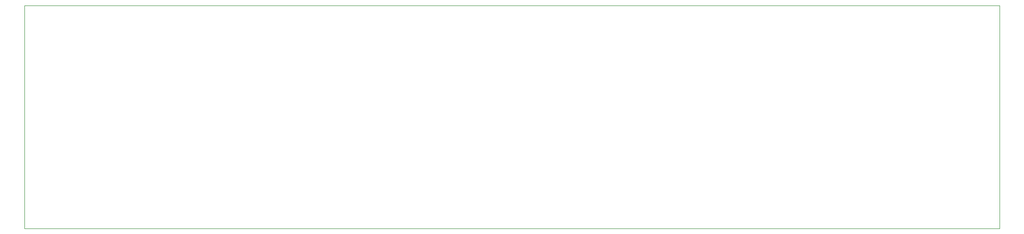
<source format=gbr>
G04 #@! TF.GenerationSoftware,KiCad,Pcbnew,5.1.4*
G04 #@! TF.CreationDate,2019-11-13T20:32:37-05:00*
G04 #@! TF.ProjectId,PooferControl-Reciever-PlugPlane,506f6f66-6572-4436-9f6e-74726f6c2d52,rev?*
G04 #@! TF.SameCoordinates,Original*
G04 #@! TF.FileFunction,Profile,NP*
%FSLAX46Y46*%
G04 Gerber Fmt 4.6, Leading zero omitted, Abs format (unit mm)*
G04 Created by KiCad (PCBNEW 5.1.4) date 2019-11-13 20:32:37*
%MOMM*%
%LPD*%
G04 APERTURE LIST*
%ADD10C,0.050000*%
G04 APERTURE END LIST*
D10*
X69000000Y-75000000D02*
X69000000Y-70000000D01*
X69000000Y-75000000D02*
X69000000Y-79000000D01*
X248000000Y-79000000D02*
X248000000Y-75000000D01*
X248000000Y-70000000D02*
X248000000Y-75000000D01*
X69000000Y-111000000D02*
X69000000Y-110000000D01*
X248000000Y-111000000D02*
X69000000Y-111000000D01*
X248000000Y-110000000D02*
X248000000Y-111000000D01*
X248000000Y-70000000D02*
X69000000Y-70000000D01*
X69000000Y-110000000D02*
X69000000Y-79000000D01*
X248000000Y-106000000D02*
X248000000Y-110000000D01*
X248000000Y-79000000D02*
X248000000Y-106000000D01*
M02*

</source>
